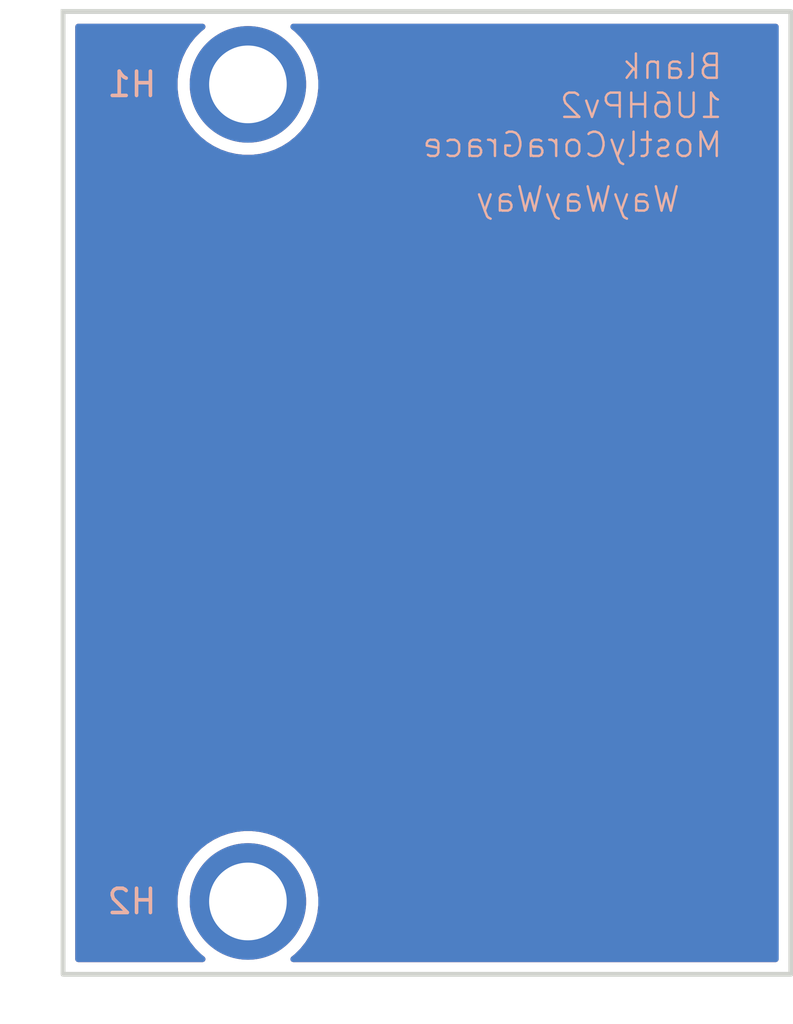
<source format=kicad_pcb>
(kicad_pcb (version 20241229) (generator "pcbnew") (generator_version "9.0")
  (layers (0 "F.Cu" signal) (2 "B.Cu" signal) (13 "F.Paste" user) (15 "B.Paste" user) (5 "F.SilkS" user "F.Silkscreen") (7 "B.SilkS" user "B.Silkscreen") (1 "F.Mask" user) (3 "B.Mask" user) (25 "Edge.Cuts" user))
  (net 0 "")
  (footprint "EXC:MountingHole_3.2mm_M3" (layer "F.Cu") (at 7.62 39.075)
    (property "Reference" "H2" (at -3.683 0 0) (layer "B.SilkS") (effects (justify left mirror)))
    (property "Value" "Eurorack_M3_MountingHole")
    (pad "" thru_hole circle (at 0 0) (size 4.8 4.8) (drill 3.2) (layers "*.Cu" "*.Mask"))
  )
  (footprint "EXC:MountingHole_3.2mm_M3" (layer "F.Cu") (at 7.62 5.425)
    (property "Reference" "H1" (at -3.683 0 0) (layer "B.SilkS") (effects (justify left mirror)))
    (property "Value" "Eurorack_M3_MountingHole")
    (pad "" thru_hole circle (at 0 0) (size 4.8 4.8) (drill 3.2) (layers "*.Cu" "*.Mask"))
  )
  (gr_rect (start 0 2.425) (end 30 42.075) (stroke (width 0.2)) (fill no) (layer "Edge.Cuts"))
  (gr_text "Blank\n1U6HPv2\nMostlyCoraGrace" (at 27.25 8.5 0) (layer "B.SilkS") (effects (font (size 1 1) (thickness 0.1)) (justify left bottom mirror)))
  (gr_text "WayWayWay" (at 25.5 10.75 0) (layer "B.SilkS") (effects (font (size 1 1) (thickness 0.1)) (justify left bottom mirror)))
  (zone (net 0) (net_name "") (layers "F.Cu" "B.Cu") (connect_pads (clearance 0.5)) (min_thickness 0.25) (fill yes (thermal_gap 0.5) (thermal_bridge_width 0.5) (island_removal_mode 1) (island_area_min 10))
    (polygon (pts (xy 0 2.5) (xy 30 2.5) (xy 30 42) (xy 0 42)))
  )
)
</source>
